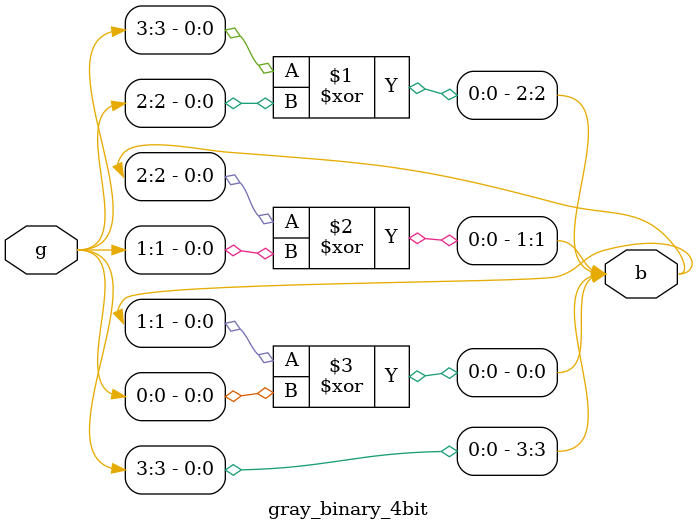
<source format=v>
module gray_binary_4bit (g,b);
input [3:0]g;
output [3:0]b;

buf buf1(b[3], g[3]);
xor xor1(b[2], b[3], g[2]);
xor xor2(b[1], b[2], g[1]);
xor xor3(b[0], b[1], g[0]);

endmodule
</source>
